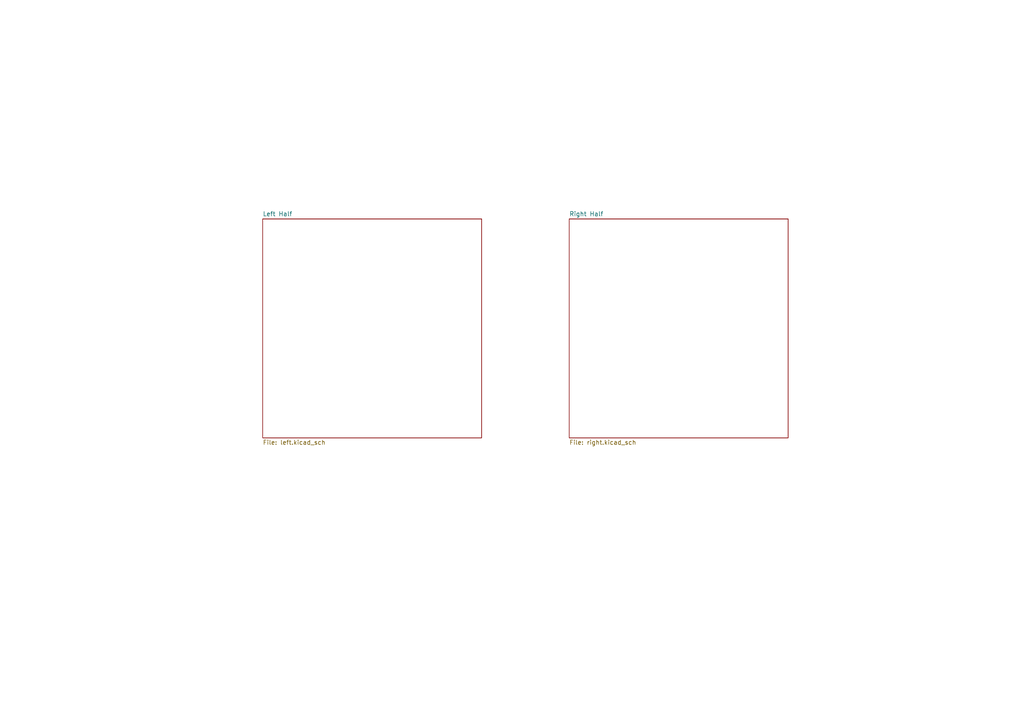
<source format=kicad_sch>
(kicad_sch
	(version 20231120)
	(generator "eeschema")
	(generator_version "8.0")
	(uuid "f40e124c-e4be-4508-9534-c431f9be00da")
	(paper "A4")
	(lib_symbols)
	(sheet
		(at 76.2 63.5)
		(size 63.5 63.5)
		(fields_autoplaced yes)
		(stroke
			(width 0.1524)
			(type solid)
		)
		(fill
			(color 0 0 0 0.0000)
		)
		(uuid "d4dd398f-8031-42f5-9517-3577efda2268")
		(property "Sheetname" "Left Half"
			(at 76.2 62.7884 0)
			(effects
				(font
					(size 1.27 1.27)
				)
				(justify left bottom)
			)
		)
		(property "Sheetfile" "left.kicad_sch"
			(at 76.2 127.5846 0)
			(effects
				(font
					(size 1.27 1.27)
				)
				(justify left top)
			)
		)
		(instances
			(project "travyboard"
				(path "/f40e124c-e4be-4508-9534-c431f9be00da"
					(page "2")
				)
			)
		)
	)
	(sheet
		(at 165.1 63.5)
		(size 63.5 63.5)
		(fields_autoplaced yes)
		(stroke
			(width 0.1524)
			(type solid)
		)
		(fill
			(color 0 0 0 0.0000)
		)
		(uuid "e1af5821-a9f2-4c11-a90c-a7b17b38a2cb")
		(property "Sheetname" "Right Half"
			(at 165.1 62.7884 0)
			(effects
				(font
					(size 1.27 1.27)
				)
				(justify left bottom)
			)
		)
		(property "Sheetfile" "right.kicad_sch"
			(at 165.1 127.5846 0)
			(effects
				(font
					(size 1.27 1.27)
				)
				(justify left top)
			)
		)
		(instances
			(project "travyboard"
				(path "/f40e124c-e4be-4508-9534-c431f9be00da"
					(page "3")
				)
			)
		)
	)
	(sheet_instances
		(path "/"
			(page "1")
		)
	)
)

</source>
